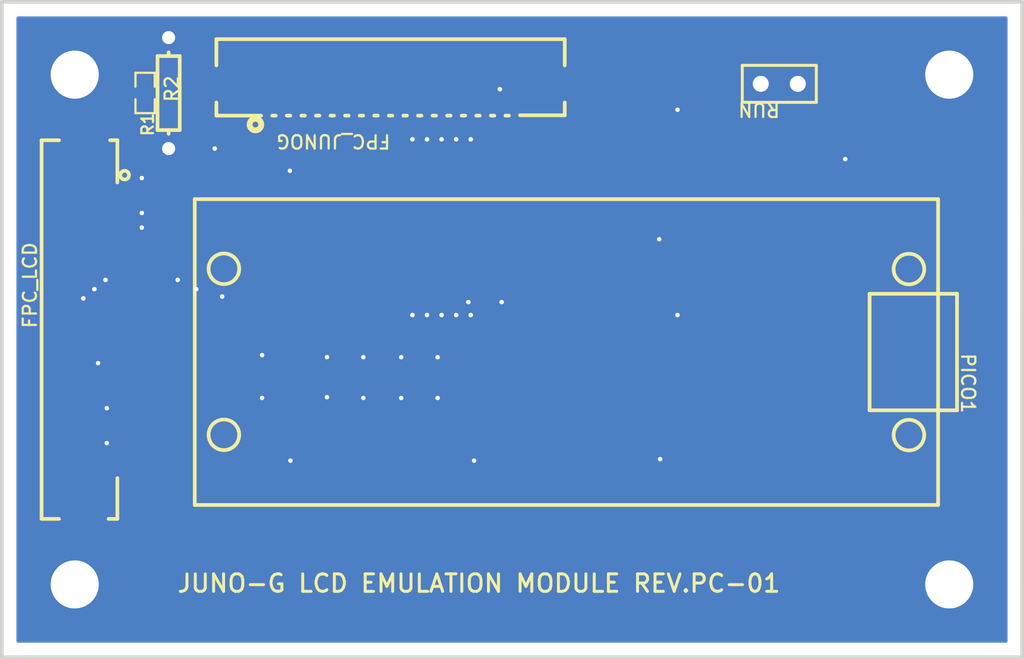
<source format=kicad_pcb>
(kicad_pcb (version 20240108) (generator "pcbnew") (generator_version "8.0")
  (layers (0 "F.Cu" signal "TopLayer") (31 "B.Cu" signal "BottomLayer") (34 "B.Paste" user "BottomPasteMaskLayer") (35 "F.Paste" user "TopPasteMaskLayer") (36 "B.SilkS" user "BottomSilkLayer") (37 "F.SilkS" user "TopSilkLayer") (38 "B.Mask" user "BottomSolderMaskLayer") (39 "F.Mask" user "TopSolderMaskLayer") (44 "Edge.Cuts" user "BoardOutLine"))
  (net 0 "")
  (net 1 "LCD_RST")
  (net 2 "RS")
  (net 3 "CS2")
  (net 4 "CS1")
  (net 5 "RST")
  (net 6 "WE")
  (net 7 "3.3V")
  (net 8 "GND")
  (net 9 "D0")
  (net 10 "D1")
  (net 11 "D2")
  (net 12 "D3")
  (net 13 "D4")
  (net 14 "D5")
  (net 15 "D6")
  (net 16 "D7")
  (net 17 "BGRT")
  (net 18 "FPC_LCD_8")
  (net 19 "LCD_DB7")
  (net 20 "LCD_DB6")
  (net 21 "LCD_DB4")
  (net 22 "LCD_DB5")
  (net 23 "+5V")
  (net 24 "LCD_DB3")
  (net 25 "LCD_DB0")
  (net 26 "LCD_DB1")
  (net 27 "LCD_DB2")
  (net 28 "LCD_DC")
  (net 29 "LCD_WR")
  (net 30 "PICO1_30")
  (footprint "Hole_gge3523" (layer "F.Cu") (at 174.9999 125)
    (property "Reference" "Hole_gge3523" (hide yes))
    (property "Value" "Hole_gge3523" (hide yes))
  )
  (footprint "R_AXIAL-0.3" (layer "F.Cu") (at 121.4427 91.265 90)
    (property "Reference" "R2")
    (property "Value" "5R1" (hide yes))
  )
  (footprint "FPC-SMD_18P-P1.00_HDGC_1.0K-DX-18PWB" (layer "F.Cu") (at 136.67 91.9 180)
    (property "Reference" "FPC_JUNOG")
    (property "Value" "1.0K-DX-18PWB" (hide yes))
  )
  (footprint "HDR-M-2.54_1X2" (layer "F.Cu") (at 163.34 90.63 180)
    (property "Reference" "RUN")
    (property "Value" "HDR-M-2.54_1x2" (hide yes))
  )
  (footprint "R0603" (layer "F.Cu") (at 119.8299 91.2553 90)
    (property "Reference" "R1")
    (property "Value" "5R1" (hide yes))
  )
  (footprint "RASPBERRY-PI-PICO" (layer "F.Cu") (at 148.735 109.045 -90)
    (property "Reference" "PICO1")
    (property "Value" "RASPBERRY-PI-PICO_TH/SMT (No Debug Pins)" (hide yes))
  )
  (footprint "Hole_gge3526" (layer "F.Cu") (at 115 125)
    (property "Reference" "Hole_gge3526" (hide yes))
    (property "Value" "Hole_gge3526" (hide yes))
  )
  (footprint "Hole_gge3520" (layer "F.Cu") (at 174.9999 90.0001)
    (property "Reference" "Hole_gge3520" (hide yes))
    (property "Value" "Hole_gge3520" (hide yes))
  )
  (footprint "FPC-SMD_P0.50-40P_LCS-SJ-H2.0" (layer "F.Cu") (at 117.0002 107.5 90)
    (property "Reference" "FPC_LCD")
    (property "Value" "AFC07-S40ECA-00" (hide yes))
  )
  (footprint "Hole_gge3529" (layer "F.Cu") (at 115 90.0001)
    (property "Reference" "Hole_gge3529" (hide yes))
    (property "Value" "Hole_gge3529" (hide yes))
  )
  (gr_line (start 180.0024 87.4982) (end 179.9999 130) (stroke (width 0.254)) (layer "Edge.Cuts"))
  (gr_line (start 179.9999 130) (end 110 130) (stroke (width 0.254)) (layer "Edge.Cuts"))
  (gr_line (start 180.0024 87.4982) (end 180.0024 85.0001) (stroke (width 0.254)) (layer "Edge.Cuts"))
  (gr_line (start 110 130) (end 110 87.4979) (stroke (width 0.254)) (layer "Edge.Cuts"))
  (gr_line (start 110 87.4979) (end 110 87.4982) (stroke (width 0.254)) (layer "Edge.Cuts"))
  (gr_line (start 180.0024 85.0001) (end 110 85.0001) (stroke (width 0.254)) (layer "Edge.Cuts"))
  (gr_line (start 110 85.0001) (end 110 87.4982) (stroke (width 0.254)) (layer "Edge.Cuts"))
  (gr_text "JUNO-G LCD EMULATION MODULE REV.PC-01" (at 121.938 124.228 0) (layer "F.SilkS") (effects (font (size 1.2 1.2) (thickness 0.2032)) (justify left top)))
  (segment (start 152.0649 110.249) (end 152.6237 110.8103) (width 0.254) (layer "F.Cu") (net 1))
  (segment (start 152.6237 110.8103) (end 152.6237 119.0882) (width 0.254) (layer "F.Cu") (net 1))
  (segment (start 126.5049 110.249) (end 152.0649 110.249) (width 0.254) (layer "F.Cu") (net 1))
  (segment (start 118.3181 110.2483) (end 126.5049 110.2483) (width 0.254) (layer "F.Cu") (net 1))
  (segment (start 132.8651 107.394) (end 132.3063 107.9528) (width 0.254) (layer "F.Cu") (net 2))
  (segment (start 132.3063 107.9528) (end 132.3063 109.3955) (width 0.254) (layer "F.Cu") (net 2))
  (segment (start 132.3062 112.1463) (end 132.3037 119.0882) (width 0.254) (layer "F.Cu") (net 2))
  (segment (start 139.1694 106.5456) (end 138.321 107.394) (width 0.254) (layer "F.Cu") (net 2))
  (segment (start 139.17 93.1625) (end 139.17 94.44) (width 0.254) (layer "F.Cu") (net 2))
  (segment (start 139.1694 106.505) (end 139.1694 106.5456) (width 0.254) (layer "F.Cu") (net 2))
  (segment (start 138.321 107.394) (end 132.8651 107.394) (width 0.254) (layer "F.Cu") (net 2))
  (via (at 139.1699 94.44) (size 0.62) (drill 0.31) (layers "F.Cu" "B.Cu") (net 2))
  (via (at 132.3055 112.1456) (size 0.61) (drill 0.305) (layers "F.Cu" "B.Cu") (net 2))
  (via (at 132.3055 109.3948) (size 0.61) (drill 0.305) (layers "F.Cu" "B.Cu") (net 2))
  (via (at 139.1699 106.505) (size 0.62) (drill 0.31) (layers "F.Cu" "B.Cu") (net 2))
  (segment (start 138.575 96.218) (end 136.67 96.218) (width 0.254) (layer "B.Cu") (net 2))
  (segment (start 139.17 95.623) (end 138.575 96.218) (width 0.254) (layer "B.Cu") (net 2))
  (segment (start 139.21 102.314) (end 139.21 106.465) (width 0.254) (layer "B.Cu") (net 2))
  (segment (start 137.051 101.933) (end 138.829 101.933) (width 0.254) (layer "B.Cu") (net 2))
  (segment (start 136.67 96.218) (end 136.035 96.853) (width 0.254) (layer "B.Cu") (net 2))
  (segment (start 139.17 94.44) (end 139.17 95.623) (width 0.254) (layer "B.Cu") (net 2))
  (segment (start 139.21 106.465) (end 139.17 106.505) (width 0.254) (layer "B.Cu") (net 2))
  (segment (start 136.035 96.853) (end 136.035 100.917) (width 0.254) (layer "B.Cu") (net 2))
  (segment (start 132.3056 109.3948) (end 132.3056 112.1455) (width 0.254) (layer "B.Cu") (net 2))
  (segment (start 136.035 100.917) (end 137.051 101.933) (width 0.254) (layer "B.Cu") (net 2))
  (segment (start 138.829 101.933) (end 139.21 102.314) (width 0.254) (layer "B.Cu") (net 2))
  (segment (start 134.8001 112.1999) (end 134.8449 112.2447) (width 0.254) (layer "F.Cu") (net 3))
  (segment (start 134.8449 112.2447) (end 134.8449 119.0875) (width 0.254) (layer "F.Cu") (net 3))
  (segment (start 140.1676 106.8225) (end 139.0855 107.8995) (width 0.254) (layer "F.Cu") (net 3))
  (segment (start 139.0855 107.8995) (end 135.4991 107.8995) (width 0.254) (layer "F.Cu") (net 3))
  (segment (start 135.4991 107.8995) (end 134.8006 108.6005) (width 0.254) (layer "F.Cu") (net 3))
  (segment (start 140.17 93.1625) (end 140.17 94.44) (width 0.254) (layer "F.Cu") (net 3))
  (segment (start 134.8006 108.6005) (end 134.8006 109.4006) (width 0.254) (layer "F.Cu") (net 3))
  (segment (start 140.1701 106.505) (end 140.1676 106.8225) (width 0.254) (layer "F.Cu") (net 3))
  (via (at 134.8001 109.4001) (size 0.61) (drill 0.305) (layers "F.Cu" "B.Cu") (net 3))
  (via (at 140.1699 94.44) (size 0.62) (drill 0.31) (layers "F.Cu" "B.Cu") (net 3))
  (via (at 134.8001 112.1999) (size 0.61) (drill 0.305) (layers "F.Cu" "B.Cu") (net 3))
  (via (at 140.1699 106.505) (size 0.62) (drill 0.31) (layers "F.Cu" "B.Cu") (net 3))
  (segment (start 140.1701 95.5119) (end 138.575 97.107) (width 0.254) (layer "B.Cu") (net 3))
  (segment (start 140.1701 94.44) (end 140.1701 95.5119) (width 0.254) (layer "B.Cu") (net 3))
  (segment (start 134.8001 109.4001) (end 134.8001 112.1999) (width 0.254) (layer "B.Cu") (net 3))
  (segment (start 138.575 97.107) (end 138.575 100.917) (width 0.254) (layer "B.Cu") (net 3))
  (segment (start 140.1701 102.5121) (end 140.1701 106.505) (width 0.254) (layer "B.Cu") (net 3))
  (segment (start 138.575 100.917) (end 140.1701 102.5121) (width 0.254) (layer "B.Cu") (net 3))
  (segment (start 141.1709 107.0841) (end 139.7561 108.4989) (width 0.254) (layer "F.Cu") (net 4))
  (segment (start 137.399 112.1997) (end 137.3837 119.0882) (width 0.254) (layer "F.Cu") (net 4))
  (segment (start 137.399 108.8012) (end 137.399 109.4006) (width 0.254) (layer "F.Cu") (net 4))
  (segment (start 141.17 93.1625) (end 141.17 94.44) (width 0.254) (layer "F.Cu") (net 4))
  (segment (start 137.6987 108.4989) (end 137.399 108.8012) (width 0.254) (layer "F.Cu") (net 4))
  (segment (start 139.7561 108.4989) (end 137.6987 108.4989) (width 0.254) (layer "F.Cu") (net 4))
  (segment (start 141.1709 106.505) (end 141.1709 107.0841) (width 0.254) (layer "F.Cu") (net 4))
  (via (at 137.4 112.1999) (size 0.61) (drill 0.305) (layers "F.Cu" "B.Cu") (net 4))
  (via (at 141.1701 94.44) (size 0.62) (drill 0.31) (layers "F.Cu" "B.Cu") (net 4))
  (via (at 141.1701 106.505) (size 0.62) (drill 0.31) (layers "F.Cu" "B.Cu") (net 4))
  (via (at 137.4 109.4001) (size 0.61) (drill 0.305) (layers "F.Cu" "B.Cu") (net 4))
  (segment (start 137.4 109.4) (end 137.4 112.2) (width 0.254) (layer "B.Cu") (net 4))
  (segment (start 141.1709 95.7989) (end 140.988 95.9818) (width 0.254) (layer "B.Cu") (net 4))
  (segment (start 140.988 95.9818) (end 140.988 101.298) (width 0.254) (layer "B.Cu") (net 4))
  (segment (start 141.1709 101.4809) (end 141.1709 106.505) (width 0.254) (layer "B.Cu") (net 4))
  (segment (start 140.988 101.298) (end 141.1709 101.4809) (width 0.254) (layer "B.Cu") (net 4))
  (segment (start 141.1709 94.44) (end 141.1709 95.7989) (width 0.254) (layer "B.Cu") (net 4))
  (segment (start 140.2006 109.1009) (end 139.9009 109.4006) (width 0.254) (layer "F.Cu") (net 5))
  (segment (start 142.1691 107.3559) (end 140.4241 109.1009) (width 0.254) (layer "F.Cu") (net 5))
  (segment (start 142.17 93.1625) (end 142.17 94.44) (width 0.254) (layer "F.Cu") (net 5))
  (segment (start 139.9009 112.1997) (end 139.9237 119.0882) (width 0.254) (layer "F.Cu") (net 5))
  (segment (start 142.1691 106.505) (end 142.1691 107.3559) (width 0.254) (layer "F.Cu") (net 5))
  (segment (start 140.4241 109.1009) (end 140.2006 109.1009) (width 0.254) (layer "F.Cu") (net 5))
  (via (at 139.8999 109.4001) (size 0.61) (drill 0.305) (layers "F.Cu" "B.Cu") (net 5))
  (via (at 139.8999 112.1999) (size 0.61) (drill 0.305) (layers "F.Cu" "B.Cu") (net 5))
  (via (at 142.1701 106.505) (size 0.62) (drill 0.31) (layers "F.Cu" "B.Cu") (net 5))
  (via (at 142.1701 94.44) (size 0.62) (drill 0.31) (layers "F.Cu" "B.Cu") (net 5))
  (segment (start 142.17 94.44) (end 142.385 94.44) (width 0.254) (layer "B.Cu") (net 5))
  (segment (start 139.8999 109.4) (end 139.8999 112.2) (width 0.254) (layer "B.Cu") (net 5))
  (segment (start 143.655 105.02) (end 142.17 106.505) (width 0.254) (layer "B.Cu") (net 5))
  (segment (start 143.655 95.71) (end 143.655 105.02) (width 0.254) (layer "B.Cu") (net 5))
  (segment (start 142.385 94.44) (end 143.655 95.71) (width 0.254) (layer "B.Cu") (net 5))
  (segment (start 127.2237 116.726) (end 127.2237 119.0882) (width 0.254) (layer "F.Cu") (net 6))
  (segment (start 127.8537 107.7953) (end 127.8537 109.3447) (width 0.254) (layer "F.Cu") (net 6))
  (segment (start 127.8537 116.0453) (end 127.2237 116.726) (width 0.254) (layer "F.Cu") (net 6))
  (segment (start 138.17 93.1625) (end 138.17 94.44) (width 0.254) (layer "F.Cu") (net 6))
  (segment (start 129.144 106.505) (end 127.8537 107.7953) (width 0.254) (layer "F.Cu") (net 6))
  (segment (start 127.8537 112.1997) (end 127.8537 116.0453) (width 0.254) (layer "F.Cu") (net 6))
  (segment (start 138.17 106.505) (end 129.144 106.505) (width 0.254) (layer "F.Cu") (net 6))
  (via (at 127.8537 112.1999) (size 0.61) (drill 0.305) (layers "F.Cu" "B.Cu") (net 6))
  (via (at 138.1701 94.44) (size 0.62) (drill 0.31) (layers "F.Cu" "B.Cu") (net 6))
  (via (at 138.1701 106.505) (size 0.62) (drill 0.31) (layers "F.Cu" "B.Cu") (net 6))
  (via (at 127.8537 109.2612) (size 0.61) (drill 0.305) (layers "F.Cu" "B.Cu") (net 6))
  (segment (start 134.765 102.441) (end 137.94 102.441) (width 0.254) (layer "B.Cu") (net 6))
  (segment (start 137.94 95.71) (end 134.511 95.71) (width 0.254) (layer "B.Cu") (net 6))
  (segment (start 127.8537 109.2611) (end 127.8537 112.2) (width 0.254) (layer "B.Cu") (net 6))
  (segment (start 134.511 95.71) (end 133.495 96.726) (width 0.254) (layer "B.Cu") (net 6))
  (segment (start 138.1711 95.4789) (end 137.94 95.71) (width 0.254) (layer "B.Cu") (net 6))
  (segment (start 138.1711 102.6721) (end 138.1711 106.505) (width 0.254) (layer "B.Cu") (net 6))
  (segment (start 133.495 96.726) (end 133.495 101.171) (width 0.254) (layer "B.Cu") (net 6))
  (segment (start 133.495 101.171) (end 134.765 102.441) (width 0.254) (layer "B.Cu") (net 6))
  (segment (start 137.94 102.441) (end 138.1711 102.6721) (width 0.254) (layer "B.Cu") (net 6))
  (segment (start 138.1711 94.44) (end 138.1711 95.4789) (width 0.254) (layer "B.Cu") (net 6))
  (segment (start 118.318 114.7479) (end 117.7479 114.7479) (width 0.254) (layer "F.Cu") (net 7))
  (segment (start 121.43 96.98) (end 121.43 95.0754) (width 0.254) (layer "F.Cu") (net 7))
  (segment (start 117.7479 114.7479) (end 117.2488 114.2489) (width 0.254) (layer "F.Cu") (net 7))
  (segment (start 120.4889 114.7479) (end 120.8998 115.159) (width 0.254) (layer "F.Cu") (net 7))
  (segment (start 116.3119 111.7476) (end 115.8395 112.2225) (width 0.254) (layer "F.Cu") (net 7))
  (segment (start 118.3181 98.2481) (end 120.1619 98.2481) (width 0.254) (layer "F.Cu") (net 7))
  (segment (start 121.43 95.0754) (end 119.8299 93.4753) (width 0.254) (layer "F.Cu") (net 7))
  (segment (start 117.2492 114.2495) (end 114.318 111.3183) (width 0.254) (layer "F.Cu") (net 7))
  (segment (start 120.1619 98.2481) (end 121.43 96.98) (width 0.254) (layer "F.Cu") (net 7))
  (segment (start 115.8395 112.2225) (end 115.842 112.855) (width 0.254) (layer "F.Cu") (net 7))
  (segment (start 127.78 94.44) (end 128.17 94.05) (width 0.254) (layer "F.Cu") (net 7))
  (segment (start 125.2397 95.0753) (end 125.875 94.44) (width 0.254) (layer "F.Cu") (net 7))
  (segment (start 118.318 98.7472) (end 117.0528 98.7472) (width 0.254) (layer "F.Cu") (net 7))
  (segment (start 161.5417 122.4003) (end 123.401 122.4003) (width 0.508) (layer "F.Cu") (net 7))
  (segment (start 123.401 122.4003) (end 120.8991 119.901) (width 0.508) (layer "F.Cu") (net 7))
  (segment (start 118.3185 114.2495) (end 117.2492 114.2495) (width 0.254) (layer "F.Cu") (net 7))
  (segment (start 118.3185 111.7476) (end 116.3119 111.7476) (width 0.254) (layer "F.Cu") (net 7))
  (segment (start 118.318 114.2489) (end 120.5543 114.2489) (width 0.254) (layer "F.Cu") (net 7))
  (segment (start 120.8991 119.901) (end 120.8991 114.3003) (width 0.508) (layer "F.Cu") (net 7))
  (segment (start 119.8299 93.4753) (end 119.8299 92.0087) (width 0.254) (layer "F.Cu") (net 7))
  (segment (start 120.5543 114.2489) (end 120.8999 114.5945) (width 0.254) (layer "F.Cu") (net 7))
  (segment (start 118.318 114.7479) (end 120.4889 114.7479) (width 0.254) (layer "F.Cu") (net 7))
  (segment (start 124.605 95.0753) (end 125.2397 95.0753) (width 0.254) (layer "F.Cu") (net 7))
  (segment (start 162.705 121.237) (end 161.5417 122.4003) (width 0.508) (layer "F.Cu") (net 7))
  (segment (start 114.318 111.3183) (end 114.318 101.4809) (width 0.254) (layer "F.Cu") (net 7))
  (segment (start 117.5514 98.2475) (end 118.3185 98.2475) (width 0.254) (layer "F.Cu") (net 7))
  (segment (start 125.875 94.44) (end 127.78 94.44) (width 0.254) (layer "F.Cu") (net 7))
  (segment (start 114.318 101.4809) (end 117.5514 98.2475) (width 0.254) (layer "F.Cu") (net 7))
  (segment (start 117.0528 98.7472) (end 116.9 98.9001) (width 0.254) (layer "F.Cu") (net 7))
  (segment (start 128.17 94.05) (end 128.17 93.1625) (width 0.254) (layer "F.Cu") (net 7))
  (segment (start 162.705 117.935) (end 162.705 121.237) (width 0.508) (layer "F.Cu") (net 7))
  (via (at 124.605 95.0753) (size 0.62) (drill 0.31) (layers "F.Cu" "B.Cu") (net 7))
  (segment (start 121.4301 95.0753) (end 124.605 95.0753) (width 0.254) (layer "B.Cu") (net 7))
  (segment (start 155.1002 101.3005) (end 155.1637 101.2345) (width 0.5) (layer "F.Cu") (net 8))
  (segment (start 142.004 105.616) (end 144.29 105.616) (width 0.5) (layer "F.Cu") (net 8))
  (segment (start 118.318 100.7487) (end 119.3514 100.7487) (width 0.254) (layer "F.Cu") (net 8))
  (segment (start 144.17 93.1625) (end 144.17 91.0001) (width 0.5) (layer "F.Cu") (net 8))
  (segment (start 118.318 113.2481) (end 117.5481 113.2481) (width 0.254) (layer "F.Cu") (net 8))
  (segment (start 153.18 94.44) (end 155.1637 96.4237) (width 0.4) (layer "F.Cu") (net 8))
  (segment (start 117.2516 115.2477) (end 118.3185 115.2477) (width 0.254) (layer "F.Cu") (net 8))
  (segment (start 142.4649 119.0875) (end 142.4649 116.565) (width 0.254) (layer "F.Cu") (net 8))
  (segment (start 129.8001 116.5002) (end 129.7637 116.5365) (width 0.254) (layer "F.Cu") (net 8))
  (segment (start 142.4649 116.565) (end 142.3999 116.5001) (width 0.254) (layer "F.Cu") (net 8))
  (segment (start 118.318 99.748) (end 119.3521 99.748) (width 0.254) (layer "F.Cu") (net 8))
  (segment (start 119.3475 99.2476) (end 119.6 99.5) (width 0.254) (layer "F.Cu") (net 8))
  (segment (start 129.7649 98.9128) (end 129.7649 96.6001) (width 0.254) (layer "F.Cu") (net 8))
  (segment (start 119.3483 100.2483) (end 119.6 100.5) (width 0.254) (layer "F.Cu") (net 8))
  (segment (start 119.3521 99.748) (end 119.6 99.5) (width 0.254) (layer "F.Cu") (net 8))
  (segment (start 119.3514 100.7487) (end 119.6 100.5) (width 0.254) (layer "F.Cu") (net 8))
  (segment (start 144.1706 93.1624) (end 144.1706 94.44) (width 0.4) (layer "F.Cu") (net 8))
  (segment (start 155.1637 96.4237) (end 155.1637 98.9129) (width 0.4) (layer "F.Cu") (net 8))
  (segment (start 117.2009 115.301) (end 117.2516 115.2477) (width 0.254) (layer "F.Cu") (net 8))
  (segment (start 116.663 109.748) (end 116.604 109.807) (width 0.254) (layer "F.Cu") (net 8))
  (segment (start 129.7637 116.5365) (end 129.7637 119.0882) (width 0.254) (layer "F.Cu") (net 8))
  (segment (start 118.9511 97.749) (end 119.6 97.1001) (width 0.254) (layer "F.Cu") (net 8))
  (segment (start 144.1706 94.44) (end 153.18 94.44) (width 0.4) (layer "F.Cu") (net 8))
  (segment (start 117.5481 113.2481) (end 117.1999 112.9) (width 0.254) (layer "F.Cu") (net 8))
  (segment (start 119.6 99.5) (end 119.6 100.5) (width 0.254) (layer "F.Cu") (net 8))
  (segment (start 167.8649 98.9128) (end 167.8649 95.8) (width 0.254) (layer "F.Cu") (net 8))
  (segment (start 155.1649 119.0875) (end 155.1649 116.4) (width 0.254) (layer "F.Cu") (net 8))
  (segment (start 118.318 109.748) (end 116.663 109.748) (width 0.254) (layer "F.Cu") (net 8))
  (segment (start 118.318 99.2476) (end 119.3475 99.2476) (width 0.254) (layer "F.Cu") (net 8))
  (segment (start 118.318 97.749) (end 118.9511 97.749) (width 0.254) (layer "F.Cu") (net 8))
  (segment (start 118.318 100.2483) (end 119.3483 100.2483) (width 0.254) (layer "F.Cu") (net 8))
  (segment (start 155.1637 101.2345) (end 155.1637 98.913) (width 0.5) (layer "F.Cu") (net 8))
  (via (at 116.604 109.807) (size 0.61) (drill 0.305) (layers "F.Cu" "B.Cu") (net 8))
  (via (at 117.1999 112.9) (size 0.61) (drill 0.305) (layers "F.Cu" "B.Cu") (net 8))
  (via (at 129.8001 116.5002) (size 0.61) (drill 0.305) (layers "F.Cu" "B.Cu") (net 8))
  (via (at 119.5999 99.5002) (size 0.61) (drill 0.305) (layers "F.Cu" "B.Cu") (net 8))
  (via (at 142.4 116.5002) (size 0.61) (drill 0.305) (layers "F.Cu" "B.Cu") (net 8))
  (via (at 155.165 116.4001) (size 0.61) (drill 0.305) (layers "F.Cu" "B.Cu") (net 8))
  (via (at 129.765 96.6) (size 0.61) (drill 0.305) (layers "F.Cu" "B.Cu") (net 8))
  (via (at 119.5999 100.5002) (size 0.61) (drill 0.305) (layers "F.Cu" "B.Cu") (net 8))
  (via (at 144.29 105.616) (size 0.62) (drill 0.31) (layers "F.Cu" "B.Cu") (net 8))
  (via (at 144.1701 91.0001) (size 0.62) (drill 0.31) (layers "F.Cu" "B.Cu") (net 8))
  (via (at 167.865 95.8002) (size 0.61) (drill 0.305) (layers "F.Cu" "B.Cu") (net 8))
  (via (at 155.1 101.3) (size 0.61) (drill 0.305) (layers "F.Cu" "B.Cu") (net 8))
  (via (at 142.004 105.616) (size 0.62) (drill 0.31) (layers "F.Cu" "B.Cu") (net 8))
  (via (at 119.5999 97.1001) (size 0.61) (drill 0.305) (layers "F.Cu" "B.Cu") (net 8))
  (via (at 117.1999 115.3) (size 0.61) (drill 0.305) (layers "F.Cu" "B.Cu") (net 8))
  (segment (start 137.1704 94.3054) (end 137.94 95.075) (width 0.254) (layer "F.Cu") (net 9))
  (segment (start 147.5437 96.4237) (end 147.5437 98.9129) (width 0.254) (layer "F.Cu") (net 9))
  (segment (start 137.94 95.075) (end 146.195 95.075) (width 0.254) (layer "F.Cu") (net 9))
  (segment (start 146.195 95.075) (end 147.5437 96.4237) (width 0.254) (layer "F.Cu") (net 9))
  (segment (start 137.1704 93.1624) (end 137.1704 94.3054) (width 0.254) (layer "F.Cu") (net 9))
  (segment (start 136.17 93.94) (end 137.94 95.71) (width 0.254) (layer "F.Cu") (net 10))
  (segment (start 144.29 95.71) (end 145.005 96.425) (width 0.254) (layer "F.Cu") (net 10))
  (segment (start 137.94 95.71) (end 144.29 95.71) (width 0.254) (layer "F.Cu") (net 10))
  (segment (start 136.17 93.1625) (end 136.17 93.94) (width 0.254) (layer "F.Cu") (net 10))
  (segment (start 145.005 96.425) (end 145.005 98.9127) (width 0.254) (layer "F.Cu") (net 10))
  (segment (start 139.21 96.345) (end 139.925 97.06) (width 0.254) (layer "F.Cu") (net 11))
  (segment (start 137.94 96.345) (end 139.21 96.345) (width 0.254) (layer "F.Cu") (net 11))
  (segment (start 135.17 93.575) (end 137.94 96.345) (width 0.254) (layer "F.Cu") (net 11))
  (segment (start 139.925 97.06) (end 139.925 98.9127) (width 0.254) (layer "F.Cu") (net 11))
  (segment (start 135.17 93.1625) (end 135.17 93.575) (width 0.254) (layer "F.Cu") (net 11))
  (segment (start 137.385 97.06) (end 137.385 98.9127) (width 0.254) (layer "F.Cu") (net 12))
  (segment (start 134.17 93.845) (end 137.385 97.06) (width 0.254) (layer "F.Cu") (net 12))
  (segment (start 134.17 93.1625) (end 134.17 93.845) (width 0.254) (layer "F.Cu") (net 12))
  (segment (start 133.17 93.1625) (end 133.17 94.115) (width 0.254) (layer "F.Cu") (net 13))
  (segment (start 134.845 95.79) (end 134.845 98.9127) (width 0.254) (layer "F.Cu") (net 13))
  (segment (start 133.17 94.115) (end 134.845 95.79) (width 0.254) (layer "F.Cu") (net 13))
  (segment (start 132.17 93.1625) (end 132.17 94.44) (width 0.254) (layer "F.Cu") (net 14))
  (segment (start 132.305 94.575) (end 132.305 98.9127) (width 0.254) (layer "F.Cu") (net 14))
  (segment (start 132.17 94.44) (end 132.305 94.575) (width 0.254) (layer "F.Cu") (net 14))
  (segment (start 128.415 95.71) (end 127.225 96.9) (width 0.254) (layer "F.Cu") (net 15))
  (segment (start 130.955 95.71) (end 128.415 95.71) (width 0.254) (layer "F.Cu") (net 15))
  (segment (start 131.17 95.495) (end 130.955 95.71) (width 0.254) (layer "F.Cu") (net 15))
  (segment (start 127.225 96.9) (end 127.225 98.9127) (width 0.254) (layer "F.Cu") (net 15))
  (segment (start 131.17 93.1625) (end 131.17 95.495) (width 0.254) (layer "F.Cu") (net 15))
  (segment (start 129.685 95.075) (end 126.51 95.075) (width 0.254) (layer "F.Cu") (net 16))
  (segment (start 130.1701 94.5899) (end 129.685 95.075) (width 0.254) (layer "F.Cu") (net 16))
  (segment (start 124.6837 96.9013) (end 124.6837 98.9129) (width 0.254) (layer "F.Cu") (net 16))
  (segment (start 130.1701 93.1624) (end 130.1701 94.5899) (width 0.254) (layer "F.Cu") (net 16))
  (segment (start 126.51 95.075) (end 124.6837 96.9013) (width 0.254) (layer "F.Cu") (net 16))
  (segment (start 154.45 88.725) (end 156.355 90.63) (width 0.254) (layer "F.Cu") (net 17))
  (segment (start 156.355 90.63) (end 156.355 92.408) (width 0.254) (layer "F.Cu") (net 17))
  (segment (start 156.355 106.505) (end 156.355 115.395) (width 0.254) (layer "F.Cu") (net 17))
  (segment (start 129.1694 91.1456) (end 131.59 88.725) (width 0.254) (layer "F.Cu") (net 17))
  (segment (start 129.1694 93.1624) (end 129.1694 91.1456) (width 0.254) (layer "F.Cu") (net 17))
  (segment (start 131.59 88.725) (end 154.45 88.725) (width 0.254) (layer "F.Cu") (net 17))
  (segment (start 156.355 115.395) (end 157.7037 116.7437) (width 0.254) (layer "F.Cu") (net 17))
  (segment (start 157.7037 116.7437) (end 157.7037 119.0882) (width 0.254) (layer "F.Cu") (net 17))
  (via (at 156.355 106.505) (size 0.61) (drill 0.305) (layers "F.Cu" "B.Cu") (net 17))
  (via (at 156.355 92.408) (size 0.61) (drill 0.305) (layers "F.Cu" "B.Cu") (net 17))
  (segment (start 156.355 92.408) (end 156.355 106.505) (width 0.254) (layer "B.Cu") (net 17))
  (segment (start 119.8299 89.0555) (end 121.43 87.4554) (width 0.254) (layer "F.Cu") (net 18))
  (segment (start 122.065 98.885) (end 122.065 97.615) (width 0.254) (layer "F.Cu") (net 18))
  (segment (start 123.335 96.345) (end 123.335 89.3602) (width 0.254) (layer "F.Cu") (net 18))
  (segment (start 123.335 89.3602) (end 121.4301 87.4553) (width 0.254) (layer "F.Cu") (net 18))
  (segment (start 119.8299 90.502) (end 119.8299 89.0555) (width 0.254) (layer "F.Cu") (net 18))
  (segment (start 122.065 97.615) (end 123.335 96.345) (width 0.254) (layer "F.Cu") (net 18))
  (segment (start 119.7009 101.2491) (end 122.065 98.885) (width 0.254) (layer "F.Cu") (net 18))
  (segment (start 118.3181 101.2491) (end 119.7009 101.2491) (width 0.254) (layer "F.Cu") (net 18))
  (segment (start 149.37 101.425) (end 150.0837 100.7113) (width 0.254) (layer "F.Cu") (net 19))
  (segment (start 119.271 105.489) (end 119.271 102.314) (width 0.254) (layer "F.Cu") (net 19))
  (segment (start 150.0837 100.7113) (end 150.0837 98.9129) (width 0.254) (layer "F.Cu") (net 19))
  (segment (start 118.3185 105.7481) (end 119.0119 105.7481) (width 0.254) (layer "F.Cu") (net 19))
  (segment (start 120.16 101.425) (end 149.37 101.425) (width 0.254) (layer "F.Cu") (net 19))
  (segment (start 119.271 102.314) (end 120.16 101.425) (width 0.254) (layer "F.Cu") (net 19))
  (segment (start 119.0119 105.7481) (end 119.271 105.489) (width 0.254) (layer "F.Cu") (net 19))
  (segment (start 119.779 105.616) (end 119.779 102.441) (width 0.254) (layer "F.Cu") (net 20))
  (segment (start 118.3185 106.2485) (end 119.1465 106.2485) (width 0.254) (layer "F.Cu") (net 20))
  (segment (start 151.402 101.933) (end 152.6237 100.7113) (width 0.254) (layer "F.Cu") (net 20))
  (segment (start 120.287 101.933) (end 151.402 101.933) (width 0.254) (layer "F.Cu") (net 20))
  (segment (start 119.779 102.441) (end 120.287 101.933) (width 0.254) (layer "F.Cu") (net 20))
  (segment (start 119.1465 106.2485) (end 119.779 105.616) (width 0.254) (layer "F.Cu") (net 20))
  (segment (start 152.6237 100.7113) (end 152.6237 98.9129) (width 0.254) (layer "F.Cu") (net 20))
  (segment (start 158.641 102.949) (end 160.2437 101.3463) (width 0.254) (layer "F.Cu") (net 21))
  (segment (start 118.3185 107.2492) (end 119.4158 107.2492) (width 0.254) (layer "F.Cu") (net 21))
  (segment (start 120.795 103.203) (end 121.049 102.949) (width 0.254) (layer "F.Cu") (net 21))
  (segment (start 160.2437 101.3463) (end 160.2437 98.9129) (width 0.254) (layer "F.Cu") (net 21))
  (segment (start 120.795 105.87) (end 120.795 103.203) (width 0.254) (layer "F.Cu") (net 21))
  (segment (start 119.4158 107.2492) (end 120.795 105.87) (width 0.254) (layer "F.Cu") (net 21))
  (segment (start 121.049 102.949) (end 158.641 102.949) (width 0.254) (layer "F.Cu") (net 21))
  (segment (start 156.609 102.441) (end 157.7037 101.3463) (width 0.254) (layer "F.Cu") (net 22))
  (segment (start 120.287 105.743) (end 120.287 102.695) (width 0.254) (layer "F.Cu") (net 22))
  (segment (start 157.7037 101.3463) (end 157.7037 98.9129) (width 0.254) (layer "F.Cu") (net 22))
  (segment (start 119.2812 106.7488) (end 120.287 105.743) (width 0.254) (layer "F.Cu") (net 22))
  (segment (start 120.287 102.695) (end 120.541 102.441) (width 0.254) (layer "F.Cu") (net 22))
  (segment (start 118.3185 106.7488) (end 119.2812 106.7488) (width 0.254) (layer "F.Cu") (net 22))
  (segment (start 120.541 102.441) (end 156.609 102.441) (width 0.254) (layer "F.Cu") (net 22))
  (segment (start 175.532 95.837) (end 175.532 103.584) (width 0.4) (layer "F.Cu") (net 23))
  (segment (start 173.5229 93.8279) (end 175.532 95.837) (width 0.4) (layer "F.Cu") (net 23))
  (segment (start 145.1688 93.8279) (end 173.5229 93.8279) (width 0.4) (layer "F.Cu") (net 23))
  (segment (start 175.532 103.584) (end 170.325 108.791) (width 0.4) (layer "F.Cu") (net 23))
  (segment (start 170.325 108.791) (end 170.325 117.935) (width 0.4) (layer "F.Cu") (net 23))
  (segment (start 145.1688 93.1624) (end 145.1688 93.8279) (width 0.4) (layer "F.Cu") (net 23))
  (segment (start 118.3185 107.7496) (end 119.5504 107.7496) (width 0.254) (layer "F.Cu") (net 24))
  (segment (start 121.557 103.457) (end 160.673 103.457) (width 0.254) (layer "F.Cu") (net 24))
  (segment (start 162.7837 101.3463) (end 162.7837 98.9129) (width 0.254) (layer "F.Cu") (net 24))
  (segment (start 121.303 103.711) (end 121.557 103.457) (width 0.254) (layer "F.Cu") (net 24))
  (segment (start 121.303 105.997) (end 121.303 103.711) (width 0.254) (layer "F.Cu") (net 24))
  (segment (start 119.5504 107.7496) (end 121.303 105.997) (width 0.254) (layer "F.Cu") (net 24))
  (segment (start 160.673 103.457) (end 162.7837 101.3463) (width 0.254) (layer "F.Cu") (net 24))
  (segment (start 115.588 105.362) (end 115.588 105.235) (width 0.254) (layer "F.Cu") (net 25))
  (segment (start 172.9449 98.9128) (end 172.9449 101.3451) (width 0.254) (layer "F.Cu") (net 25))
  (segment (start 125.367 104.981) (end 125.113 105.235) (width 0.254) (layer "F.Cu") (net 25))
  (segment (start 172.9449 101.3451) (end 169.309 104.981) (width 0.254) (layer "F.Cu") (net 25))
  (segment (start 115.588 105.362) (end 115.588 107.648) (width 0.254) (layer "F.Cu") (net 25))
  (segment (start 169.309 104.981) (end 125.367 104.981) (width 0.254) (layer "F.Cu") (net 25))
  (segment (start 117.1876 109.2476) (end 118.3181 109.2476) (width 0.254) (layer "F.Cu") (net 25))
  (segment (start 115.588 107.648) (end 117.1876 109.2476) (width 0.254) (layer "F.Cu") (net 25))
  (via (at 125.113 105.235) (size 0.62) (drill 0.31) (layers "F.Cu" "B.Cu") (net 25))
  (via (at 115.588 105.362) (size 0.62) (drill 0.31) (layers "F.Cu" "B.Cu") (net 25))
  (segment (start 124.986 105.362) (end 115.588 105.362) (width 0.254) (layer "B.Cu") (net 25))
  (segment (start 125.113 105.235) (end 124.986 105.362) (width 0.254) (layer "B.Cu") (net 25))
  (segment (start 116.35 105.616) (end 116.35 107.775) (width 0.254) (layer "F.Cu") (net 26))
  (segment (start 170.4038 101.3462) (end 167.277 104.473) (width 0.254) (layer "F.Cu") (net 26))
  (segment (start 170.4038 98.9104) (end 170.4038 101.3462) (width 0.254) (layer "F.Cu") (net 26))
  (segment (start 117.3222 108.7472) (end 118.3181 108.7472) (width 0.254) (layer "F.Cu") (net 26))
  (segment (start 167.277 104.473) (end 123.589 104.473) (width 0.254) (layer "F.Cu") (net 26))
  (segment (start 123.589 104.473) (end 123.335 104.727) (width 0.254) (layer "F.Cu") (net 26))
  (segment (start 116.35 104.727) (end 116.35 105.616) (width 0.254) (layer "F.Cu") (net 26))
  (segment (start 116.35 107.775) (end 117.3222 108.7472) (width 0.254) (layer "F.Cu") (net 26))
  (via (at 123.335 104.727) (size 0.62) (drill 0.31) (layers "F.Cu" "B.Cu") (net 26))
  (via (at 116.35 104.727) (size 0.62) (drill 0.31) (layers "F.Cu" "B.Cu") (net 26))
  (segment (start 123.335 104.727) (end 116.35 104.727) (width 0.254) (layer "B.Cu") (net 26))
  (segment (start 117.112 107.902) (end 117.4676 108.2576) (width 0.254) (layer "F.Cu") (net 27))
  (segment (start 162.705 103.965) (end 122.192 103.965) (width 0.254) (layer "F.Cu") (net 27))
  (segment (start 165.3237 98.9129) (end 165.3237 101.3463) (width 0.254) (layer "F.Cu") (net 27))
  (segment (start 165.3237 101.3463) (end 162.705 103.965) (width 0.254) (layer "F.Cu") (net 27))
  (segment (start 117.4676 108.2576) (end 118.3181 108.2576) (width 0.254) (layer "F.Cu") (net 27))
  (segment (start 117.112 104.092) (end 117.112 107.902) (width 0.254) (layer "F.Cu") (net 27))
  (segment (start 122.192 103.965) (end 122.065 104.092) (width 0.254) (layer "F.Cu") (net 27))
  (via (at 117.112 104.092) (size 0.62) (drill 0.31) (layers "F.Cu" "B.Cu") (net 27))
  (via (at 122.065 104.092) (size 0.62) (drill 0.31) (layers "F.Cu" "B.Cu") (net 27))
  (segment (start 122.065 104.092) (end 117.112 104.092) (width 0.254) (layer "B.Cu") (net 27))
  (segment (start 127.653 111.458) (end 144.3103 111.4961) (width 0.254) (layer "F.Cu") (net 28))
  (segment (start 121.43 113.363) (end 125.875 113.363) (width 0.254) (layer "F.Cu") (net 28))
  (segment (start 126.51 111.712) (end 126.764 111.458) (width 0.254) (layer "F.Cu") (net 28))
  (segment (start 144.3103 111.4961) (end 145.0037 112.1895) (width 0.254) (layer "F.Cu") (net 28))
  (segment (start 125.875 113.363) (end 126.51 112.728) (width 0.254) (layer "F.Cu") (net 28))
  (segment (start 120.8153 112.7483) (end 121.43 113.363) (width 0.254) (layer "F.Cu") (net 28))
  (segment (start 126.764 111.458) (end 127.653 111.458) (width 0.254) (layer "F.Cu") (net 28))
  (segment (start 126.51 112.728) (end 126.51 111.712) (width 0.254) (layer "F.Cu") (net 28))
  (segment (start 118.3185 112.7483) (end 120.8153 112.7483) (width 0.254) (layer "F.Cu") (net 28))
  (segment (start 145.0037 112.1895) (end 145.0037 119.0882) (width 0.254) (layer "F.Cu") (net 28))
  (segment (start 150.0837 111.618) (end 149.309 110.8459) (width 0.254) (layer "F.Cu") (net 29))
  (segment (start 149.309 110.8459) (end 126.6141 110.8459) (width 0.254) (layer "F.Cu") (net 29))
  (segment (start 150.0837 119.0882) (end 150.0837 111.618) (width 0.254) (layer "F.Cu") (net 29))
  (segment (start 125.621 112.855) (end 121.684 112.855) (width 0.254) (layer "F.Cu") (net 29))
  (segment (start 126.002 112.474) (end 125.621 112.855) (width 0.254) (layer "F.Cu") (net 29))
  (segment (start 121.0763 112.2473) (end 118.3181 112.2473) (width 0.254) (layer "F.Cu") (net 29))
  (segment (start 126.002 111.458) (end 126.002 112.474) (width 0.254) (layer "F.Cu") (net 29))
  (segment (start 121.684 112.855) (end 121.0763 112.2473) (width 0.254) (layer "F.Cu") (net 29))
  (segment (start 126.6141 110.8459) (end 126.002 111.458) (width 0.254) (layer "F.Cu") (net 29))
  (segment (start 147.465 117.935) (end 147.465 107.394) (width 0.254) (layer "B.Cu") (net 30))
  (segment (start 147.465 107.394) (end 153.815 101.044) (width 0.254) (layer "B.Cu") (net 30))
  (segment (start 155.72 90.63) (end 162.07 90.63) (width 0.254) (layer "B.Cu") (net 30))
  (segment (start 153.815 92.535) (end 155.72 90.63) (width 0.254) (layer "B.Cu") (net 30))
  (segment (start 153.815 101.044) (end 153.815 92.535) (width 0.254) (layer "B.Cu") (net 30))
  (zone (net 8) (net_name "GND") (layer "B.Cu") (priority 99) (connect_pads (clearance 0.254)) (min_thickness 0.254) (fill yes (thermal_gap 0.254) (thermal_bridge_width 0.254))
    (polygon (pts (xy 111 86.0001) (xy 111 129) (xy 178.9999 129) (xy 178.9999 86.0001)))
  )
)
</source>
